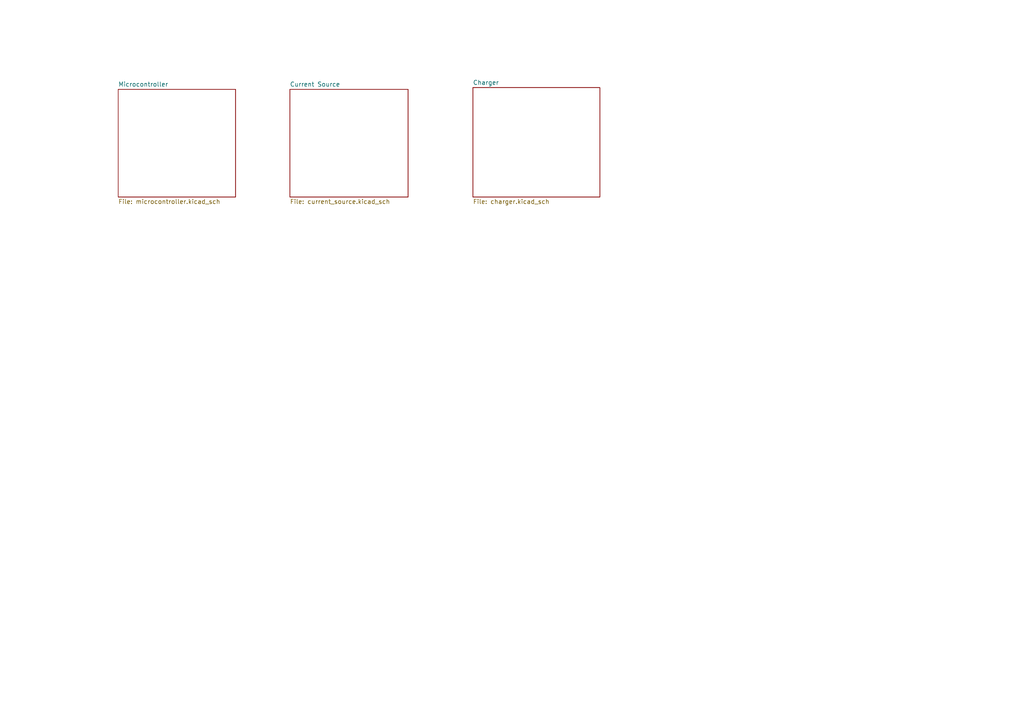
<source format=kicad_sch>
(kicad_sch
	(version 20250114)
	(generator "eeschema")
	(generator_version "9.0")
	(uuid "3840e110-92c0-43e0-a480-527208a59562")
	(paper "A4")
	(lib_symbols)
	(sheet
		(at 137.16 25.4)
		(size 36.83 31.75)
		(exclude_from_sim no)
		(in_bom yes)
		(on_board yes)
		(dnp no)
		(fields_autoplaced yes)
		(stroke
			(width 0.1524)
			(type solid)
		)
		(fill
			(color 0 0 0 0.0000)
		)
		(uuid "0f3fbe58-762e-4697-b881-7b2d4c0f1534")
		(property "Sheetname" "Charger"
			(at 137.16 24.6884 0)
			(effects
				(font
					(size 1.27 1.27)
				)
				(justify left bottom)
			)
		)
		(property "Sheetfile" "charger.kicad_sch"
			(at 137.16 57.7346 0)
			(effects
				(font
					(size 1.27 1.27)
				)
				(justify left top)
			)
		)
		(instances
			(project "battery_tester_v1.0"
				(path "/3840e110-92c0-43e0-a480-527208a59562"
					(page "4")
				)
			)
		)
	)
	(sheet
		(at 84.074 25.908)
		(size 34.29 31.242)
		(exclude_from_sim no)
		(in_bom yes)
		(on_board yes)
		(dnp no)
		(fields_autoplaced yes)
		(stroke
			(width 0.1524)
			(type solid)
		)
		(fill
			(color 0 0 0 0.0000)
		)
		(uuid "53ac76e3-0d67-40ee-bed7-569f439677f2")
		(property "Sheetname" "Current Source"
			(at 84.074 25.1964 0)
			(effects
				(font
					(size 1.27 1.27)
				)
				(justify left bottom)
			)
		)
		(property "Sheetfile" "current_source.kicad_sch"
			(at 84.074 57.7346 0)
			(effects
				(font
					(size 1.27 1.27)
				)
				(justify left top)
			)
		)
		(instances
			(project "battery_tester_v1.0"
				(path "/3840e110-92c0-43e0-a480-527208a59562"
					(page "3")
				)
			)
		)
	)
	(sheet
		(at 34.29 25.908)
		(size 34.036 31.242)
		(exclude_from_sim no)
		(in_bom yes)
		(on_board yes)
		(dnp no)
		(fields_autoplaced yes)
		(stroke
			(width 0.1524)
			(type solid)
		)
		(fill
			(color 0 0 0 0.0000)
		)
		(uuid "958c128e-86a5-4c13-93ba-3ea4b432e077")
		(property "Sheetname" "Microcontroller"
			(at 34.29 25.1964 0)
			(effects
				(font
					(size 1.27 1.27)
				)
				(justify left bottom)
			)
		)
		(property "Sheetfile" "microcontroller.kicad_sch"
			(at 34.29 57.7346 0)
			(effects
				(font
					(size 1.27 1.27)
				)
				(justify left top)
			)
		)
		(instances
			(project "battery_tester_v1.0"
				(path "/3840e110-92c0-43e0-a480-527208a59562"
					(page "2")
				)
			)
		)
	)
	(sheet_instances
		(path "/"
			(page "1")
		)
	)
	(embedded_fonts no)
)

</source>
